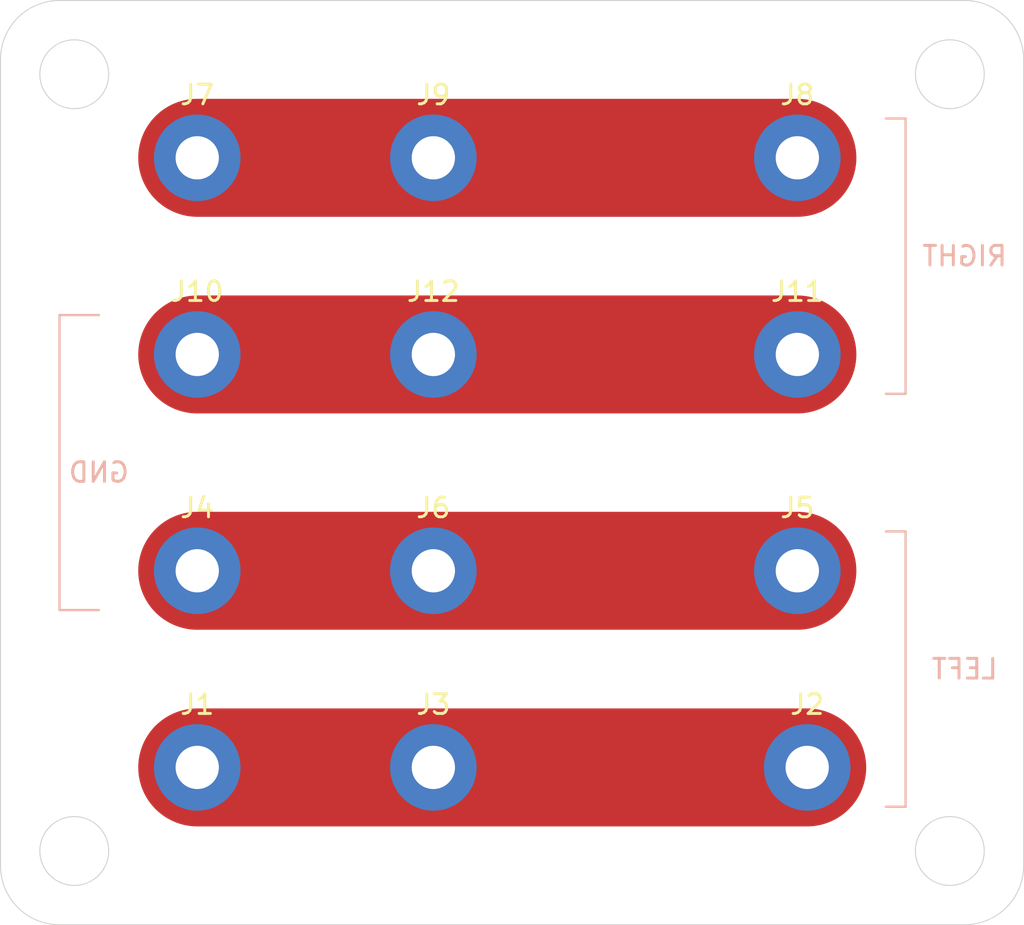
<source format=kicad_pcb>
(kicad_pcb (version 20171130) (host pcbnew 5.1.6-c6e7f7d~87~ubuntu18.04.1)

  (general
    (thickness 1.6)
    (drawings 24)
    (tracks 4)
    (zones 0)
    (modules 12)
    (nets 5)
  )

  (page A4)
  (layers
    (0 F.Cu signal)
    (31 B.Cu signal)
    (32 B.Adhes user)
    (33 F.Adhes user)
    (34 B.Paste user)
    (35 F.Paste user)
    (36 B.SilkS user)
    (37 F.SilkS user)
    (38 B.Mask user)
    (39 F.Mask user)
    (40 Dwgs.User user)
    (41 Cmts.User user)
    (42 Eco1.User user)
    (43 Eco2.User user)
    (44 Edge.Cuts user)
    (45 Margin user)
    (46 B.CrtYd user)
    (47 F.CrtYd user)
    (48 B.Fab user)
    (49 F.Fab user)
  )

  (setup
    (last_trace_width 0.25)
    (user_trace_width 4)
    (user_trace_width 6)
    (trace_clearance 0.2)
    (zone_clearance 0.508)
    (zone_45_only no)
    (trace_min 0.2)
    (via_size 0.8)
    (via_drill 0.4)
    (via_min_size 0.4)
    (via_min_drill 0.3)
    (uvia_size 0.3)
    (uvia_drill 0.1)
    (uvias_allowed no)
    (uvia_min_size 0.2)
    (uvia_min_drill 0.1)
    (edge_width 0.05)
    (segment_width 0.2)
    (pcb_text_width 0.3)
    (pcb_text_size 1.5 1.5)
    (mod_edge_width 0.12)
    (mod_text_size 1 1)
    (mod_text_width 0.15)
    (pad_size 1.524 1.524)
    (pad_drill 0.762)
    (pad_to_mask_clearance 0.05)
    (aux_axis_origin 0 0)
    (visible_elements FFFFFF7F)
    (pcbplotparams
      (layerselection 0x010fc_ffffffff)
      (usegerberextensions false)
      (usegerberattributes true)
      (usegerberadvancedattributes true)
      (creategerberjobfile true)
      (excludeedgelayer true)
      (linewidth 0.100000)
      (plotframeref false)
      (viasonmask false)
      (mode 1)
      (useauxorigin false)
      (hpglpennumber 1)
      (hpglpenspeed 20)
      (hpglpendiameter 15.000000)
      (psnegative false)
      (psa4output false)
      (plotreference true)
      (plotvalue true)
      (plotinvisibletext false)
      (padsonsilk false)
      (subtractmaskfromsilk false)
      (outputformat 1)
      (mirror false)
      (drillshape 0)
      (scaleselection 1)
      (outputdirectory ""))
  )

  (net 0 "")
  (net 1 "Net-(J1-Pad1)")
  (net 2 "Net-(J4-Pad1)")
  (net 3 "Net-(J7-Pad1)")
  (net 4 "Net-(J10-Pad1)")

  (net_class Default "This is the default net class."
    (clearance 0.2)
    (trace_width 0.25)
    (via_dia 0.8)
    (via_drill 0.4)
    (uvia_dia 0.3)
    (uvia_drill 0.1)
    (add_net "Net-(J1-Pad1)")
    (add_net "Net-(J10-Pad1)")
    (add_net "Net-(J4-Pad1)")
    (add_net "Net-(J7-Pad1)")
  )

  (module MountingHole:MountingHole_2.2mm_M2_Pad (layer F.Cu) (tedit 56D1B4CB) (tstamp 611B96F2)
    (at 109 68)
    (descr "Mounting Hole 2.2mm, M2")
    (tags "mounting hole 2.2mm m2")
    (path /611F4AD5)
    (attr virtual)
    (fp_text reference J1 (at 0 -3.2) (layer F.SilkS)
      (effects (font (size 1 1) (thickness 0.15)))
    )
    (fp_text value SpeakON_Out_L (at 0 3.2) (layer F.Fab)
      (effects (font (size 1 1) (thickness 0.15)))
    )
    (fp_circle (center 0 0) (end 2.45 0) (layer F.CrtYd) (width 0.05))
    (fp_circle (center 0 0) (end 2.2 0) (layer Cmts.User) (width 0.15))
    (fp_text user %R (at 0.3 0) (layer F.Fab)
      (effects (font (size 1 1) (thickness 0.15)))
    )
    (pad 1 thru_hole circle (at 0 0) (size 4.4 4.4) (drill 2.2) (layers *.Cu *.Mask)
      (net 1 "Net-(J1-Pad1)"))
  )

  (module MountingHole:MountingHole_2.2mm_M2_Pad (layer F.Cu) (tedit 56D1B4CB) (tstamp 611B96FA)
    (at 140 68)
    (descr "Mounting Hole 2.2mm, M2")
    (tags "mounting hole 2.2mm m2")
    (path /611F3CB8)
    (attr virtual)
    (fp_text reference J2 (at 0 -3.2) (layer F.SilkS)
      (effects (font (size 1 1) (thickness 0.15)))
    )
    (fp_text value Amp_Out_L (at 0 3.2) (layer F.Fab)
      (effects (font (size 1 1) (thickness 0.15)))
    )
    (fp_circle (center 0 0) (end 2.2 0) (layer Cmts.User) (width 0.15))
    (fp_circle (center 0 0) (end 2.45 0) (layer F.CrtYd) (width 0.05))
    (fp_text user %R (at 0.3 0) (layer F.Fab)
      (effects (font (size 1 1) (thickness 0.15)))
    )
    (pad 1 thru_hole circle (at 0 0) (size 4.4 4.4) (drill 2.2) (layers *.Cu *.Mask)
      (net 1 "Net-(J1-Pad1)"))
  )

  (module MountingHole:MountingHole_2.2mm_M2_Pad (layer F.Cu) (tedit 56D1B4CB) (tstamp 611B9702)
    (at 121 68)
    (descr "Mounting Hole 2.2mm, M2")
    (tags "mounting hole 2.2mm m2")
    (path /611F4DFC)
    (attr virtual)
    (fp_text reference J3 (at 0 -3.2) (layer F.SilkS)
      (effects (font (size 1 1) (thickness 0.15)))
    )
    (fp_text value Banana_Out_L (at 0 3.2) (layer F.Fab)
      (effects (font (size 1 1) (thickness 0.15)))
    )
    (fp_circle (center 0 0) (end 2.2 0) (layer Cmts.User) (width 0.15))
    (fp_circle (center 0 0) (end 2.45 0) (layer F.CrtYd) (width 0.05))
    (fp_text user %R (at 0.3 0) (layer F.Fab)
      (effects (font (size 1 1) (thickness 0.15)))
    )
    (pad 1 thru_hole circle (at 0 0) (size 4.4 4.4) (drill 2.2) (layers *.Cu *.Mask)
      (net 1 "Net-(J1-Pad1)"))
  )

  (module MountingHole:MountingHole_2.2mm_M2_Pad (layer F.Cu) (tedit 56D1B4CB) (tstamp 611B970A)
    (at 109 58)
    (descr "Mounting Hole 2.2mm, M2")
    (tags "mounting hole 2.2mm m2")
    (path /611F5E1A)
    (attr virtual)
    (fp_text reference J4 (at 0 -3.2) (layer F.SilkS)
      (effects (font (size 1 1) (thickness 0.15)))
    )
    (fp_text value SpeakON_GND_L (at 0 3.2) (layer F.Fab)
      (effects (font (size 1 1) (thickness 0.15)))
    )
    (fp_circle (center 0 0) (end 2.2 0) (layer Cmts.User) (width 0.15))
    (fp_circle (center 0 0) (end 2.45 0) (layer F.CrtYd) (width 0.05))
    (fp_text user %R (at 0.3 0) (layer F.Fab)
      (effects (font (size 1 1) (thickness 0.15)))
    )
    (pad 1 thru_hole circle (at 0 0) (size 4.4 4.4) (drill 2.2) (layers *.Cu *.Mask)
      (net 2 "Net-(J4-Pad1)"))
  )

  (module MountingHole:MountingHole_2.2mm_M2_Pad (layer F.Cu) (tedit 56D1B4CB) (tstamp 611B9712)
    (at 139.5 58)
    (descr "Mounting Hole 2.2mm, M2")
    (tags "mounting hole 2.2mm m2")
    (path /611F5E14)
    (attr virtual)
    (fp_text reference J5 (at 0 -3.2) (layer F.SilkS)
      (effects (font (size 1 1) (thickness 0.15)))
    )
    (fp_text value Amp_GND_L (at 0 3.2) (layer F.Fab)
      (effects (font (size 1 1) (thickness 0.15)))
    )
    (fp_circle (center 0 0) (end 2.45 0) (layer F.CrtYd) (width 0.05))
    (fp_circle (center 0 0) (end 2.2 0) (layer Cmts.User) (width 0.15))
    (fp_text user %R (at 0.3 0) (layer F.Fab)
      (effects (font (size 1 1) (thickness 0.15)))
    )
    (pad 1 thru_hole circle (at 0 0) (size 4.4 4.4) (drill 2.2) (layers *.Cu *.Mask)
      (net 2 "Net-(J4-Pad1)"))
  )

  (module MountingHole:MountingHole_2.2mm_M2_Pad (layer F.Cu) (tedit 56D1B4CB) (tstamp 611B971A)
    (at 121 58)
    (descr "Mounting Hole 2.2mm, M2")
    (tags "mounting hole 2.2mm m2")
    (path /611F5E20)
    (attr virtual)
    (fp_text reference J6 (at 0 -3.2) (layer F.SilkS)
      (effects (font (size 1 1) (thickness 0.15)))
    )
    (fp_text value Banana_GND_L (at 0 3.2) (layer F.Fab)
      (effects (font (size 1 1) (thickness 0.15)))
    )
    (fp_circle (center 0 0) (end 2.45 0) (layer F.CrtYd) (width 0.05))
    (fp_circle (center 0 0) (end 2.2 0) (layer Cmts.User) (width 0.15))
    (fp_text user %R (at 0.3 0) (layer F.Fab)
      (effects (font (size 1 1) (thickness 0.15)))
    )
    (pad 1 thru_hole circle (at 0 0) (size 4.4 4.4) (drill 2.2) (layers *.Cu *.Mask)
      (net 2 "Net-(J4-Pad1)"))
  )

  (module MountingHole:MountingHole_2.2mm_M2_Pad (layer F.Cu) (tedit 56D1B4CB) (tstamp 611B9722)
    (at 109 37)
    (descr "Mounting Hole 2.2mm, M2")
    (tags "mounting hole 2.2mm m2")
    (path /611F5F33)
    (attr virtual)
    (fp_text reference J7 (at 0 -3.2) (layer F.SilkS)
      (effects (font (size 1 1) (thickness 0.15)))
    )
    (fp_text value SpeakON_Out_R (at 0 3.2) (layer F.Fab)
      (effects (font (size 1 1) (thickness 0.15)))
    )
    (fp_circle (center 0 0) (end 2.45 0) (layer F.CrtYd) (width 0.05))
    (fp_circle (center 0 0) (end 2.2 0) (layer Cmts.User) (width 0.15))
    (fp_text user %R (at 0.3 0) (layer F.Fab)
      (effects (font (size 1 1) (thickness 0.15)))
    )
    (pad 1 thru_hole circle (at 0 0) (size 4.4 4.4) (drill 2.2) (layers *.Cu *.Mask)
      (net 3 "Net-(J7-Pad1)"))
  )

  (module MountingHole:MountingHole_2.2mm_M2_Pad (layer F.Cu) (tedit 56D1B4CB) (tstamp 611B972A)
    (at 139.5 37)
    (descr "Mounting Hole 2.2mm, M2")
    (tags "mounting hole 2.2mm m2")
    (path /611F5F2D)
    (attr virtual)
    (fp_text reference J8 (at 0 -3.2) (layer F.SilkS)
      (effects (font (size 1 1) (thickness 0.15)))
    )
    (fp_text value Amp_Out_R (at 0 3.2) (layer F.Fab)
      (effects (font (size 1 1) (thickness 0.15)))
    )
    (fp_circle (center 0 0) (end 2.2 0) (layer Cmts.User) (width 0.15))
    (fp_circle (center 0 0) (end 2.45 0) (layer F.CrtYd) (width 0.05))
    (fp_text user %R (at 0.3 0) (layer F.Fab)
      (effects (font (size 1 1) (thickness 0.15)))
    )
    (pad 1 thru_hole circle (at 0 0) (size 4.4 4.4) (drill 2.2) (layers *.Cu *.Mask)
      (net 3 "Net-(J7-Pad1)"))
  )

  (module MountingHole:MountingHole_2.2mm_M2_Pad (layer F.Cu) (tedit 56D1B4CB) (tstamp 611B9732)
    (at 121 37)
    (descr "Mounting Hole 2.2mm, M2")
    (tags "mounting hole 2.2mm m2")
    (path /611F5F39)
    (attr virtual)
    (fp_text reference J9 (at 0 -3.2) (layer F.SilkS)
      (effects (font (size 1 1) (thickness 0.15)))
    )
    (fp_text value Banana_Out_R (at 0 3.2) (layer F.Fab)
      (effects (font (size 1 1) (thickness 0.15)))
    )
    (fp_circle (center 0 0) (end 2.2 0) (layer Cmts.User) (width 0.15))
    (fp_circle (center 0 0) (end 2.45 0) (layer F.CrtYd) (width 0.05))
    (fp_text user %R (at 0.3 0) (layer F.Fab)
      (effects (font (size 1 1) (thickness 0.15)))
    )
    (pad 1 thru_hole circle (at 0 0) (size 4.4 4.4) (drill 2.2) (layers *.Cu *.Mask)
      (net 3 "Net-(J7-Pad1)"))
  )

  (module MountingHole:MountingHole_2.2mm_M2_Pad (layer F.Cu) (tedit 56D1B4CB) (tstamp 611B973A)
    (at 109 47)
    (descr "Mounting Hole 2.2mm, M2")
    (tags "mounting hole 2.2mm m2")
    (path /611F8519)
    (attr virtual)
    (fp_text reference J10 (at 0 -3.2) (layer F.SilkS)
      (effects (font (size 1 1) (thickness 0.15)))
    )
    (fp_text value SpeakON_GND_R (at 0 3.2) (layer F.Fab)
      (effects (font (size 1 1) (thickness 0.15)))
    )
    (fp_circle (center 0 0) (end 2.2 0) (layer Cmts.User) (width 0.15))
    (fp_circle (center 0 0) (end 2.45 0) (layer F.CrtYd) (width 0.05))
    (fp_text user %R (at 0.3 0) (layer F.Fab)
      (effects (font (size 1 1) (thickness 0.15)))
    )
    (pad 1 thru_hole circle (at 0 0) (size 4.4 4.4) (drill 2.2) (layers *.Cu *.Mask)
      (net 4 "Net-(J10-Pad1)"))
  )

  (module MountingHole:MountingHole_2.2mm_M2_Pad (layer F.Cu) (tedit 56D1B4CB) (tstamp 611B9742)
    (at 139.5 47)
    (descr "Mounting Hole 2.2mm, M2")
    (tags "mounting hole 2.2mm m2")
    (path /611F8513)
    (attr virtual)
    (fp_text reference J11 (at 0 -3.2) (layer F.SilkS)
      (effects (font (size 1 1) (thickness 0.15)))
    )
    (fp_text value Amp_GND_R (at 0 3.2) (layer F.Fab)
      (effects (font (size 1 1) (thickness 0.15)))
    )
    (fp_circle (center 0 0) (end 2.45 0) (layer F.CrtYd) (width 0.05))
    (fp_circle (center 0 0) (end 2.2 0) (layer Cmts.User) (width 0.15))
    (fp_text user %R (at 0.3 0) (layer F.Fab)
      (effects (font (size 1 1) (thickness 0.15)))
    )
    (pad 1 thru_hole circle (at 0 0) (size 4.4 4.4) (drill 2.2) (layers *.Cu *.Mask)
      (net 4 "Net-(J10-Pad1)"))
  )

  (module MountingHole:MountingHole_2.2mm_M2_Pad (layer F.Cu) (tedit 56D1B4CB) (tstamp 611B974A)
    (at 121 47)
    (descr "Mounting Hole 2.2mm, M2")
    (tags "mounting hole 2.2mm m2")
    (path /611F851F)
    (attr virtual)
    (fp_text reference J12 (at 0 -3.2) (layer F.SilkS)
      (effects (font (size 1 1) (thickness 0.15)))
    )
    (fp_text value Banana_GND_R (at 0 3.2) (layer F.Fab)
      (effects (font (size 1 1) (thickness 0.15)))
    )
    (fp_circle (center 0 0) (end 2.45 0) (layer F.CrtYd) (width 0.05))
    (fp_circle (center 0 0) (end 2.2 0) (layer Cmts.User) (width 0.15))
    (fp_text user %R (at 0.3 0) (layer F.Fab)
      (effects (font (size 1 1) (thickness 0.15)))
    )
    (pad 1 thru_hole circle (at 0 0) (size 4.4 4.4) (drill 2.2) (layers *.Cu *.Mask)
      (net 4 "Net-(J10-Pad1)"))
  )

  (gr_text GND (at 104 53) (layer B.SilkS)
    (effects (font (size 1 1) (thickness 0.15)) (justify mirror))
  )
  (gr_line (start 102 60) (end 104 60) (layer B.SilkS) (width 0.12))
  (gr_line (start 102 45) (end 102 60) (layer B.SilkS) (width 0.12))
  (gr_line (start 104 45) (end 102 45) (layer B.SilkS) (width 0.12))
  (gr_text RIGHT (at 148 42) (layer B.SilkS)
    (effects (font (size 1 1) (thickness 0.15)) (justify mirror))
  )
  (gr_line (start 145 49) (end 144 49) (layer B.SilkS) (width 0.12))
  (gr_line (start 145 35) (end 145 49) (layer B.SilkS) (width 0.12))
  (gr_line (start 144 35) (end 145 35) (layer B.SilkS) (width 0.12))
  (gr_text LEFT (at 148 63) (layer B.SilkS)
    (effects (font (size 1 1) (thickness 0.15)) (justify mirror))
  )
  (gr_line (start 145 70) (end 144 70) (layer B.SilkS) (width 0.12))
  (gr_line (start 145 56) (end 145 70) (layer B.SilkS) (width 0.12))
  (gr_line (start 144 56) (end 145 56) (layer B.SilkS) (width 0.12))
  (gr_line (start 102 29) (end 148 29) (layer Edge.Cuts) (width 0.05) (tstamp 611C6BDB))
  (gr_line (start 99 73) (end 99 32) (layer Edge.Cuts) (width 0.05) (tstamp 611C6BD7))
  (gr_line (start 148 76) (end 102 76) (layer Edge.Cuts) (width 0.05) (tstamp 611C6BD3))
  (gr_line (start 151 32) (end 151 73) (layer Edge.Cuts) (width 0.05) (tstamp 611C6BC4))
  (gr_arc (start 148 73) (end 148 76) (angle -90) (layer Edge.Cuts) (width 0.05) (tstamp 611C6B9E))
  (gr_arc (start 102 73) (end 99 73) (angle -90) (layer Edge.Cuts) (width 0.05) (tstamp 611C6B9E))
  (gr_arc (start 102 32) (end 102 29) (angle -90) (layer Edge.Cuts) (width 0.05) (tstamp 611C6B9E))
  (gr_arc (start 148 32) (end 151 32) (angle -90) (layer Edge.Cuts) (width 0.05))
  (gr_circle (center 147.25 72.25) (end 147.25 74) (layer Edge.Cuts) (width 0.05) (tstamp 611B9808))
  (gr_circle (center 147.25 32.75) (end 147.25 34.5) (layer Edge.Cuts) (width 0.05) (tstamp 611B9808))
  (gr_circle (center 102.75 32.75) (end 102.75 34.5) (layer Edge.Cuts) (width 0.05) (tstamp 611B9808))
  (gr_circle (center 102.75 72.25) (end 102.75 74) (layer Edge.Cuts) (width 0.05) (tstamp 611B9801))

  (segment (start 140 68) (end 109 68) (width 6) (layer F.Cu) (net 1))
  (segment (start 139.5 58) (end 109 58) (width 6) (layer F.Cu) (net 2))
  (segment (start 139.5 37) (end 109 37) (width 6) (layer F.Cu) (net 3))
  (segment (start 139.5 47) (end 109 47) (width 6) (layer F.Cu) (net 4))

)

</source>
